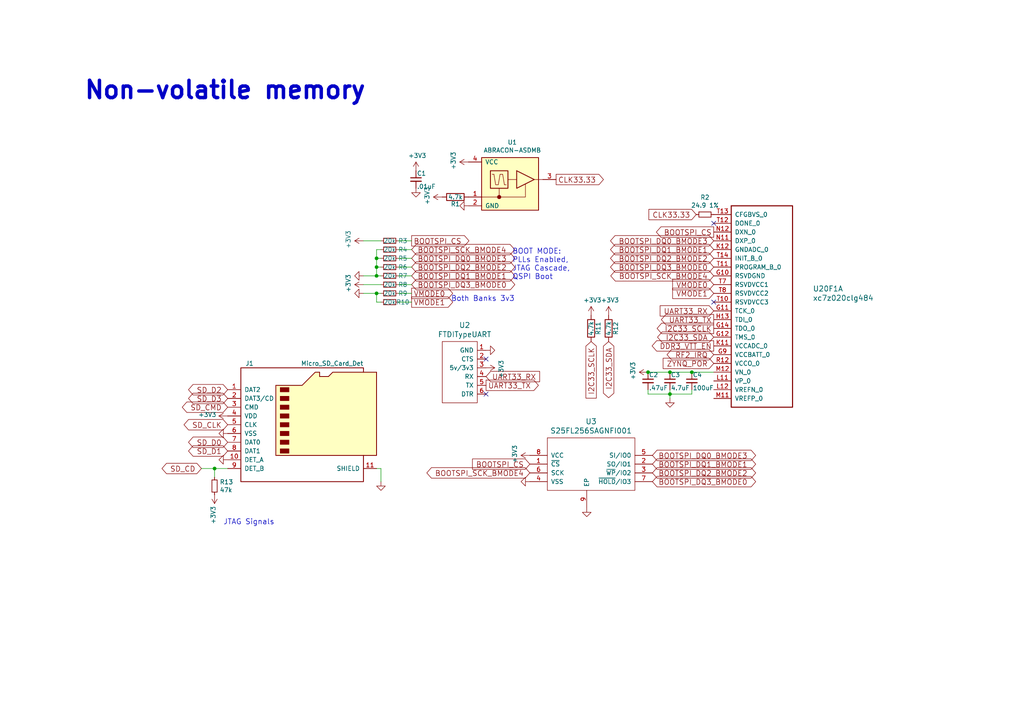
<source format=kicad_sch>
(kicad_sch (version 20231120) (generator "eeschema") (generator_version "8.0")
  (paper "A4")
  (junction (at 109.22 77.47))
  (junction (at 109.22 80.01))
  (junction (at 200.66 107.95))
  (junction (at 194.31 114.3))
  (junction (at 109.22 85.09))
  (junction (at 194.31 107.95))
  (junction (at 62.23 135.89))
  (junction (at 109.22 74.93))
  (junction (at 187.96 107.95))
  (no_connect (at 207.01 64.77))
  (no_connect (at 140.97 104.14))
  (no_connect (at 140.97 114.3))
  (no_connect (at 207.01 87.63))
  (wire (pts (xy 119.38 85.09) (xy 115.57 85.09)))
  (wire (pts (xy 62.23 135.89) (xy 58.42 135.89)))
  (wire (pts (xy 187.96 107.95) (xy 194.31 107.95)))
  (wire (pts (xy 109.22 87.63) (xy 109.22 85.09)))
  (wire (pts (xy 110.49 85.09) (xy 109.22 85.09)))
  (wire (pts (xy 194.31 114.3) (xy 194.31 113.03)))
  (wire (pts (xy 110.49 77.47) (xy 109.22 77.47)))
  (wire (pts (xy 119.38 72.39) (xy 115.57 72.39)))
  (wire (pts (xy 119.38 80.01) (xy 115.57 80.01)))
  (wire (pts (xy 110.49 87.63) (xy 109.22 87.63)))
  (wire (pts (xy 109.22 74.93) (xy 109.22 77.47)))
  (wire (pts (xy 187.96 114.3) (xy 194.31 114.3)))
  (wire (pts (xy 115.57 69.85) (xy 119.38 69.85)))
  (wire (pts (xy 62.23 138.43) (xy 62.23 135.89)))
  (wire (pts (xy 119.38 87.63) (xy 115.57 87.63)))
  (wire (pts (xy 109.22 72.39) (xy 109.22 74.93)))
  (wire (pts (xy 105.41 85.09) (xy 109.22 85.09)))
  (wire (pts (xy 66.04 135.89) (xy 62.23 135.89)))
  (wire (pts (xy 194.31 114.3) (xy 194.31 115.57)))
  (wire (pts (xy 109.22 80.01) (xy 105.41 80.01)))
  (wire (pts (xy 194.31 114.3) (xy 200.66 114.3)))
  (wire (pts (xy 110.49 72.39) (xy 109.22 72.39)))
  (wire (pts (xy 207.01 107.95) (xy 200.66 107.95)))
  (wire (pts (xy 105.41 82.55) (xy 110.49 82.55)))
  (wire (pts (xy 119.38 74.93) (xy 115.57 74.93)))
  (wire (pts (xy 119.38 77.47) (xy 115.57 77.47)))
  (wire (pts (xy 109.22 80.01) (xy 110.49 80.01)))
  (wire (pts (xy 194.31 107.95) (xy 200.66 107.95)))
  (wire (pts (xy 187.96 113.03) (xy 187.96 114.3)))
  (wire (pts (xy 109.22 77.47) (xy 109.22 80.01)))
  (wire (pts (xy 110.49 74.93) (xy 109.22 74.93)))
  (wire (pts (xy 110.49 69.85) (xy 105.41 69.85)))
  (wire (pts (xy 109.22 135.89) (xy 110.49 135.89)))
  (wire (pts (xy 110.49 135.89) (xy 110.49 139.7)))
  (wire (pts (xy 200.66 114.3) (xy 200.66 113.03)))
  (wire (pts (xy 119.38 82.55) (xy 115.57 82.55)))
  (text "Non-volatile memory" (at 24.13 29.21 0) (effects (font (size 5.0038 5.0038) (thickness 1.0008) (bold yes)) (justify left bottom)))
  (text "JTAG Signals" (at 64.77 152.4 0) (effects (font (size 1.524 1.524)) (justify left bottom)))
  (text "Both Banks 3v3" (at 130.81 87.63 0) (effects (font (size 1.524 1.524)) (justify left bottom)))
  (text "BOOT MODE:\nPLLs Enabled, \nJTAG Cascade,\nQSPI Boot" (at 148.59 81.28 0) (effects (font (size 1.524 1.524)) (justify left bottom)))
  (global_label "CLK33.33" (shape output) (at 161.29 52.07 0) (effects (font (size 1.524 1.524))) (property "Intersheetrefs" "${INTERSHEET_REFS}" (effects (hide yes))))
  (global_label "BOOTSPI_DQ1_BMODE1" (shape bidirectional) (at 189.23 134.62 0) (effects (font (size 1.524 1.524))) (property "Intersheetrefs" "${INTERSHEET_REFS}" (effects (hide yes))))
  (global_label "SD_CD" (shape bidirectional) (at 58.42 135.89 180) (effects (font (size 1.524 1.524))) (property "Intersheetrefs" "${INTERSHEET_REFS}" (effects (hide yes))))
  (global_label "VMODE0" (shape input) (at 207.01 82.55 180) (effects (font (size 1.524 1.524))) (property "Intersheetrefs" "${INTERSHEET_REFS}" (effects (hide yes))))
  (global_label "UART33_RX" (shape input) (at 140.97 109.22 0) (effects (font (size 1.524 1.524))) (property "Intersheetrefs" "${INTERSHEET_REFS}" (effects (hide yes))))
  (global_label "SD_D0" (shape bidirectional) (at 66.04 128.27 180) (effects (font (size 1.524 1.524))) (property "Intersheetrefs" "${INTERSHEET_REFS}" (effects (hide yes))))
  (global_label "BOOTSPI_SCK_BMODE4" (shape bidirectional) (at 153.67 137.16 180) (effects (font (size 1.524 1.524))) (property "Intersheetrefs" "${INTERSHEET_REFS}" (effects (hide yes))))
  (global_label "I2C33_SDA" (shape bidirectional) (at 176.53 99.06 270) (effects (font (size 1.524 1.524))) (property "Intersheetrefs" "${INTERSHEET_REFS}" (effects (hide yes))))
  (global_label "RF2_IRQ" (shape bidirectional) (at 207.01 102.87 180) (effects (font (size 1.524 1.524))) (property "Intersheetrefs" "${INTERSHEET_REFS}" (effects (hide yes))))
  (global_label "VMODE1" (shape output) (at 119.38 87.63 0) (effects (font (size 1.524 1.524))) (property "Intersheetrefs" "${INTERSHEET_REFS}" (effects (hide yes))))
  (global_label "DDR3_VTT_EN" (shape output) (at 207.01 100.33 180) (effects (font (size 1.524 1.524))) (property "Intersheetrefs" "${INTERSHEET_REFS}" (effects (hide yes))))
  (global_label "UART33_TX" (shape output) (at 140.97 111.76 0) (effects (font (size 1.524 1.524))) (property "Intersheetrefs" "${INTERSHEET_REFS}" (effects (hide yes))))
  (global_label "BOOTSPI_SCK_BMODE4" (shape bidirectional) (at 119.38 72.39 0) (effects (font (size 1.524 1.524))) (property "Intersheetrefs" "${INTERSHEET_REFS}" (effects (hide yes))))
  (global_label "BOOTSPI_DQ1_BMODE1" (shape bidirectional) (at 207.01 72.39 180) (effects (font (size 1.524 1.524))) (property "Intersheetrefs" "${INTERSHEET_REFS}" (effects (hide yes))))
  (global_label "UART33_TX" (shape output) (at 207.01 92.71 180) (effects (font (size 1.524 1.524))) (property "Intersheetrefs" "${INTERSHEET_REFS}" (effects (hide yes))))
  (global_label "BOOTSPI_DQ0_BMODE3" (shape bidirectional) (at 119.38 74.93 0) (effects (font (size 1.524 1.524))) (property "Intersheetrefs" "${INTERSHEET_REFS}" (effects (hide yes))))
  (global_label "SD_D2" (shape bidirectional) (at 66.04 113.03 180) (effects (font (size 1.524 1.524))) (property "Intersheetrefs" "${INTERSHEET_REFS}" (effects (hide yes))))
  (global_label "VMODE0" (shape output) (at 119.38 85.09 0) (effects (font (size 1.524 1.524))) (property "Intersheetrefs" "${INTERSHEET_REFS}" (effects (hide yes))))
  (global_label "BOOTSPI_DQ0_BMODE3" (shape bidirectional) (at 189.23 132.08 0) (effects (font (size 1.524 1.524))) (property "Intersheetrefs" "${INTERSHEET_REFS}" (effects (hide yes))))
  (global_label "BOOTSPI_SCK_BMODE4" (shape bidirectional) (at 207.01 80.01 180) (effects (font (size 1.524 1.524))) (property "Intersheetrefs" "${INTERSHEET_REFS}" (effects (hide yes))))
  (global_label "BOOTSPI_CS" (shape output) (at 207.01 67.31 180) (effects (font (size 1.524 1.524))) (property "Intersheetrefs" "${INTERSHEET_REFS}" (effects (hide yes))))
  (global_label "BOOTSPI_CS" (shape output) (at 119.38 69.85 0) (effects (font (size 1.524 1.524))) (property "Intersheetrefs" "${INTERSHEET_REFS}" (effects (hide yes))))
  (global_label "I2C33_SDA" (shape bidirectional) (at 207.01 97.79 180) (effects (font (size 1.524 1.524))) (property "Intersheetrefs" "${INTERSHEET_REFS}" (effects (hide yes))))
  (global_label "BOOTSPI_DQ3_BMODE0" (shape bidirectional) (at 207.01 77.47 180) (effects (font (size 1.524 1.524))) (property "Intersheetrefs" "${INTERSHEET_REFS}" (effects (hide yes))))
  (global_label "I2C33_SCLK" (shape input) (at 171.45 99.06 270) (effects (font (size 1.524 1.524))) (property "Intersheetrefs" "${INTERSHEET_REFS}" (effects (hide yes))))
  (global_label "BOOTSPI_DQ1_BMODE1" (shape bidirectional) (at 119.38 80.01 0) (effects (font (size 1.524 1.524))) (property "Intersheetrefs" "${INTERSHEET_REFS}" (effects (hide yes))))
  (global_label "BOOTSPI_DQ3_BMODE0" (shape bidirectional) (at 189.23 139.7 0) (effects (font (size 1.524 1.524))) (property "Intersheetrefs" "${INTERSHEET_REFS}" (effects (hide yes))))
  (global_label "BOOTSPI_DQ0_BMODE3" (shape bidirectional) (at 207.01 69.85 180) (effects (font (size 1.524 1.524))) (property "Intersheetrefs" "${INTERSHEET_REFS}" (effects (hide yes))))
  (global_label "SD_CLK" (shape bidirectional) (at 66.04 123.19 180) (effects (font (size 1.524 1.524))) (property "Intersheetrefs" "${INTERSHEET_REFS}" (effects (hide yes))))
  (global_label "SD_CMD" (shape bidirectional) (at 66.04 118.11 180) (effects (font (size 1.524 1.524))) (property "Intersheetrefs" "${INTERSHEET_REFS}" (effects (hide yes))))
  (global_label "SD_D3" (shape bidirectional) (at 66.04 115.57 180) (effects (font (size 1.524 1.524))) (property "Intersheetrefs" "${INTERSHEET_REFS}" (effects (hide yes))))
  (global_label "SD_D1" (shape bidirectional) (at 66.04 130.81 180) (effects (font (size 1.524 1.524))) (property "Intersheetrefs" "${INTERSHEET_REFS}" (effects (hide yes))))
  (global_label "CLK33.33" (shape input) (at 201.93 62.23 180) (effects (font (size 1.524 1.524))) (property "Intersheetrefs" "${INTERSHEET_REFS}" (effects (hide yes))))
  (global_label "BOOTSPI_DQ2_BMODE2" (shape bidirectional) (at 119.38 77.47 0) (effects (font (size 1.524 1.524))) (property "Intersheetrefs" "${INTERSHEET_REFS}" (effects (hide yes))))
  (global_label "BOOTSPI_DQ2_BMODE2" (shape bidirectional) (at 207.01 74.93 180) (effects (font (size 1.524 1.524))) (property "Intersheetrefs" "${INTERSHEET_REFS}" (effects (hide yes))))
  (global_label "BOOTSPI_DQ2_BMODE2" (shape bidirectional) (at 189.23 137.16 0) (effects (font (size 1.524 1.524))) (property "Intersheetrefs" "${INTERSHEET_REFS}" (effects (hide yes))))
  (global_label "BOOTSPI_DQ3_BMODE0" (shape bidirectional) (at 119.38 82.55 0) (effects (font (size 1.524 1.524))) (property "Intersheetrefs" "${INTERSHEET_REFS}" (effects (hide yes))))
  (global_label "VMODE1" (shape input) (at 207.01 85.09 180) (effects (font (size 1.524 1.524))) (property "Intersheetrefs" "${INTERSHEET_REFS}" (effects (hide yes))))
  (global_label "BOOTSPI_CS" (shape input) (at 153.67 134.62 180) (effects (font (size 1.524 1.524))) (property "Intersheetrefs" "${INTERSHEET_REFS}" (effects (hide yes))))
  (global_label "I2C33_SCLK" (shape output) (at 207.01 95.25 180) (effects (font (size 1.524 1.524))) (property "Intersheetrefs" "${INTERSHEET_REFS}" (effects (hide yes))))
  (global_label "ZYNQ_POR" (shape input) (at 207.01 105.41 180) (effects (font (size 1.524 1.524))) (property "Intersheetrefs" "${INTERSHEET_REFS}" (effects (hide yes))))
  (global_label "UART33_RX" (shape input) (at 207.01 90.17 180) (effects (font (size 1.524 1.524))) (property "Intersheetrefs" "${INTERSHEET_REFS}" (effects (hide yes))))
  (symbol (lib_id "DFTBoard-rescue:Micro_SD_Card_Det-") (at 88.9 123.19 0) (unit 1)
    (property "Reference" "J1" (at 72.39 105.41 0))
    (property "Value" "Micro_SD_Card_Det" (at 105.41 105.41 0) (effects (justify right)))
    (property "Footprint" "DFTcustom:AMPHENOL-114-00841-68" (effects (hide yes)))
    (property "MFR" "Amphenol ICC" (effects (hide yes)))
    (property "MPN" "114-00841-68" (effects (hide yes)))
    (property "SPR" "Digikey" (effects (hide yes)))
    (property "SPN" "114-00841-68-1-ND" (effects (hide yes)))
    (property "SPURL" "-" (effects (hide yes)))
  )
  (symbol (lib_id "DFTBoard-rescue:GND-power") (at 66.04 125.73 270) (unit 1)
    (property "Reference" "#PWR017" (effects (hide yes)))
    (property "Value" "GND" (effects (hide yes)))
  )
  (symbol (lib_id "DFTBoard-rescue:GND-power") (at 110.49 139.7 0) (unit 1)
    (property "Reference" "#PWR020" (effects (hide yes)))
    (property "Value" "GND" (effects (hide yes)))
  )
  (symbol (lib_id "DFTBoard-rescue:GND-power") (at 66.04 133.35 270) (unit 1)
    (property "Reference" "#PWR019" (effects (hide yes)))
    (property "Value" "GND" (effects (hide yes)))
  )
  (symbol (lib_id "DFTBoard-rescue:+3V3-power") (at 66.04 120.65 90) (unit 1)
    (property "Reference" "#PWR016" (effects (hide yes)))
    (property "Value" "+3V3" (at 62.7888 120.269 90) (effects (justify left)))
  )
  (symbol (lib_id "Device:C_Small") (at 200.66 110.49 0) (unit 1)
    (property "Reference" "C4" (at 200.914 108.712 0) (effects (justify left)))
    (property "Value" "100uF" (at 200.914 112.522 0) (effects (justify left)))
    (property "Footprint" "Capacitor_SMD:C_1210_3225Metric" (effects (hide yes)))
    (property "MFR" "TAIYO YUDEN" (effects (hide yes)))
    (property "MPN" "JMK325ABJ107MM-P" (effects (hide yes)))
    (property "SPR" "Digikey" (effects (hide yes)))
    (property "SPN" "587-4313-1-ND" (effects (hide yes)))
  )
  (symbol (lib_id "Device:C_Small") (at 187.96 110.49 0) (unit 1)
    (property "Reference" "C2" (at 188.214 108.712 0) (effects (justify left)))
    (property "Value" ".47uF" (at 188.214 112.522 0) (effects (justify left)))
    (property "Footprint" "Capacitor_SMD:C_0402_1005Metric" (effects (hide yes)))
    (property "MFR" "Yageo" (effects (hide yes)))
    (property "MPN" "CC0402KRX5R5BB474" (effects (hide yes)))
    (property "SPR" "Digikey" (effects (hide yes)))
    (property "SPN" "311-1684-1-ND" (effects (hide yes)))
  )
  (symbol (lib_id "Device:C_Small") (at 194.31 110.49 0) (unit 1)
    (property "Reference" "C3" (at 194.564 108.712 0) (effects (justify left)))
    (property "Value" "4.7uF" (at 194.564 112.522 0) (effects (justify left)))
    (property "Footprint" "Capacitor_SMD:C_0402_1005Metric" (effects (hide yes)))
    (property "MFR" "Murata" (effects (hide yes)))
    (property "MPN" "GRM155R60G475ME47D" (effects (hide yes)))
    (property "SPR" "Digikey" (effects (hide yes)))
    (property "SPN" "490-11980-1-ND" (effects (hide yes)))
  )
  (symbol (lib_id "DFTBoard-rescue:GND-power") (at 194.31 115.57 0) (unit 1)
    (property "Reference" "#PWR015" (effects (hide yes)))
    (property "Value" "GND" (effects (hide yes)))
  )
  (symbol (lib_id "DFTBoard-rescue:+3V3-power") (at 187.96 107.95 90) (unit 1)
    (property "Reference" "#PWR014" (effects (hide yes)))
    (property "Value" "+3V3" (at 183.5658 107.569 0))
  )
  (symbol (lib_id "Device:R_Small") (at 62.23 140.97 180) (unit 1)
    (property "Reference" "R13" (at 63.7286 139.8016 0) (effects (justify right)))
    (property "Value" "47k" (at 63.7286 142.113 0) (effects (justify right)))
    (property "Footprint" "Resistor_SMD:R_0402_1005Metric" (effects (hide yes)))
    (property "MFR" "Yageo" (effects (hide yes)))
    (property "MPN" "RC0402FR-0747KL" (effects (hide yes)))
    (property "SPR" "Digikey" (effects (hide yes)))
    (property "SPN" "311-47.0KLRTR-ND" (effects (hide yes)))
    (property "SPURL" "-" (effects (hide yes)))
  )
  (symbol (lib_id "DFTBoard-rescue:+3V3-power") (at 62.23 143.51 180) (unit 1)
    (property "Reference" "#PWR022" (effects (hide yes)))
    (property "Value" "+3V3" (at 61.849 146.7612 90) (effects (justify left)))
  )
  (symbol (lib_id "Device:R_Small") (at 113.03 85.09 270) (unit 1)
    (property "Reference" "R9" (at 116.84 85.09 90))
    (property "Value" "20k" (at 113.03 85.09 90))
    (property "Footprint" "Resistor_SMD:R_0402_1005Metric" (effects (hide yes)))
    (property "MFR" "Yageo" (effects (hide yes)))
    (property "MPN" "RT0402BRD0720KL" (effects (hide yes)))
    (property "SPR" "Digikey" (effects (hide yes)))
    (property "SPN" "YAG1388CT-ND" (effects (hide yes)))
    (property "SPURL" "-" (effects (hide yes)))
  )
  (symbol (lib_id "Device:R_Small") (at 113.03 87.63 270) (unit 1)
    (property "Reference" "R10" (at 116.84 87.63 90))
    (property "Value" "20k" (at 113.03 87.63 90))
    (property "Footprint" "Resistor_SMD:R_0402_1005Metric" (effects (hide yes)))
    (property "MFR" "Yageo" (effects (hide yes)))
    (property "MPN" "RT0402BRD0720KL" (effects (hide yes)))
    (property "SPR" "Digikey" (effects (hide yes)))
    (property "SPN" "YAG1388CT-ND" (effects (hide yes)))
    (property "SPURL" "-" (effects (hide yes)))
  )
  (symbol (lib_id "DFTBoard-rescue:GND-power") (at 105.41 85.09 270) (unit 1)
    (property "Reference" "#PWR09" (effects (hide yes)))
    (property "Value" "GND" (effects (hide yes)))
  )
  (symbol (lib_id "Device:R_Small") (at 113.03 82.55 270) (unit 1)
    (property "Reference" "R8" (at 116.84 82.55 90))
    (property "Value" "20k" (at 113.03 82.55 90))
    (property "Footprint" "Resistor_SMD:R_0402_1005Metric" (effects (hide yes)))
    (property "MFR" "Yageo" (effects (hide yes)))
    (property "MPN" "RT0402BRD0720KL" (effects (hide yes)))
    (property "SPR" "Digikey" (effects (hide yes)))
    (property "SPN" "YAG1388CT-ND" (effects (hide yes)))
    (property "SPURL" "-" (effects (hide yes)))
  )
  (symbol (lib_id "Device:R_Small") (at 113.03 72.39 270) (unit 1)
    (property "Reference" "R4" (at 116.84 72.39 90))
    (property "Value" "20k" (at 113.03 72.39 90))
    (property "Footprint" "Resistor_SMD:R_0402_1005Metric" (effects (hide yes)))
    (property "MFR" "Yageo" (effects (hide yes)))
    (property "MPN" "RT0402BRD0720KL" (effects (hide yes)))
    (property "SPR" "Digikey" (effects (hide yes)))
    (property "SPN" "YAG1388CT-ND" (effects (hide yes)))
    (property "SPURL" "-" (effects (hide yes)))
  )
  (symbol (lib_id "Device:R_Small") (at 113.03 74.93 270) (unit 1)
    (property "Reference" "R5" (at 116.84 74.93 90))
    (property "Value" "20k" (at 113.03 74.93 90))
    (property "Footprint" "Resistor_SMD:R_0402_1005Metric" (effects (hide yes)))
    (property "MFR" "Yageo" (effects (hide yes)))
    (property "MPN" "RT0402BRD0720KL" (effects (hide yes)))
    (property "SPR" "Digikey" (effects (hide yes)))
    (property "SPN" "YAG1388CT-ND" (effects (hide yes)))
    (property "SPURL" "-" (effects (hide yes)))
  )
  (symbol (lib_id "Device:R_Small") (at 113.03 77.47 270) (unit 1)
    (property "Reference" "R6" (at 116.84 77.47 90))
    (property "Value" "20k" (at 113.03 77.47 90))
    (property "Footprint" "Resistor_SMD:R_0402_1005Metric" (effects (hide yes)))
    (property "MFR" "Yageo" (effects (hide yes)))
    (property "MPN" "RT0402BRD0720KL" (effects (hide yes)))
    (property "SPR" "Digikey" (effects (hide yes)))
    (property "SPN" "YAG1388CT-ND" (effects (hide yes)))
    (property "SPURL" "-" (effects (hide yes)))
  )
  (symbol (lib_id "Device:R_Small") (at 113.03 80.01 270) (unit 1)
    (property "Reference" "R7" (at 116.84 80.01 90))
    (property "Value" "20k" (at 113.03 80.01 90))
    (property "Footprint" "Resistor_SMD:R_0402_1005Metric" (effects (hide yes)))
    (property "MFR" "Yageo" (effects (hide yes)))
    (property "MPN" "RT0402BRD0720KL" (effects (hide yes)))
    (property "SPR" "Digikey" (effects (hide yes)))
    (property "SPN" "YAG1388CT-ND" (effects (hide yes)))
    (property "SPURL" "-" (effects (hide yes)))
  )
  (symbol (lib_id "DFTBoard-rescue:+3V3-power") (at 105.41 82.55 90) (unit 1)
    (property "Reference" "#PWR08" (effects (hide yes)))
    (property "Value" "+3V3" (at 101.0158 82.169 0))
  )
  (symbol (lib_id "DFTBoard-rescue:S25FL256SAGNFI001-parts") (at 171.45 134.62 0) (unit 1)
    (property "Reference" "U3" (at 171.45 122.2502 0) (effects (font (size 1.524 1.524))))
    (property "Value" "S25FL256SAGNFI001" (at 171.45 124.9426 0) (effects (font (size 1.524 1.524))))
    (property "Footprint" "footprints:Cypress-002-18827-0-0-0" (effects (hide yes)))
    (property "MFR" "Cypress" (effects (hide yes)))
    (property "MPN" "S25FL256SAGNFI001" (effects (hide yes)))
    (property "SPR" "Digikey" (effects (hide yes)))
    (property "SPN" "1274-1005-ND" (effects (hide yes)))
    (property "SPURL" "-" (effects (hide yes)))
  )
  (symbol (lib_id "DFTBoard-rescue:+3V3-power") (at 153.67 132.08 90) (unit 1)
    (property "Reference" "#PWR018" (effects (hide yes)))
    (property "Value" "+3V3" (at 149.2758 131.699 0))
  )
  (symbol (lib_id "DFTBoard-rescue:GND-power") (at 153.67 139.7 270) (unit 1)
    (property "Reference" "#PWR021" (effects (hide yes)))
    (property "Value" "GND" (effects (hide yes)))
  )
  (symbol (lib_id "Abracon:ABRACON-ASDMB") (at 148.59 52.07 0) (unit 1)
    (property "Reference" "U1" (at 148.59 41.275 0))
    (property "Value" "ABRACON-ASDMB" (at 148.59 43.5864 0))
    (property "Footprint" "XTAL_ASDMB-24.000MHZ-LC-T:XTAL_ASDMB-24.000MHZ-LC-T" (effects (hide yes)))
    (property "Datasheet" "http://www.abracon.com/Oscillators/ASDMB.pdf" (effects (hide yes)))
    (property "Manuf" "Abracon" (effects (hide yes)))
    (property "MPN" "ASDMB-24.000MHZ-LC-T" (effects (hide yes)))
    (property "MFR" "Abracon LLC" (effects (hide yes)))
    (property "SPR" "Digikey" (effects (hide yes)))
    (property "SPN" "535-11728-1-ND" (effects (hide yes)))
    (property "SPURL" "-" (effects (hide yes)))
  )
  (symbol (lib_id "DFTBoard-rescue:GND-power") (at 135.89 59.69 270) (unit 1)
    (property "Reference" "#PWR05" (effects (hide yes)))
    (property "Value" "GND" (effects (hide yes)))
  )
  (symbol (lib_id "DFTBoard-rescue:+3V3-power") (at 135.89 46.99 90) (unit 1)
    (property "Reference" "#PWR01" (effects (hide yes)))
    (property "Value" "+3V3" (at 131.4958 46.609 0))
  )
  (symbol (lib_id "Device:C_Small") (at 120.65 52.07 0) (unit 1)
    (property "Reference" "C1" (at 120.904 50.292 0) (effects (justify left)))
    (property "Value" ".01uF" (at 120.904 54.102 0) (effects (justify left)))
    (property "Footprint" "Capacitor_SMD:C_0402_1005Metric" (effects (hide yes)))
    (property "MFR" "Murata" (effects (hide yes)))
    (property "SPR" "Digikey" (effects (hide yes)))
    (property "MPN" "GRM155R71H103KA88J" (effects (hide yes)))
    (property "SPN" "490-6351-1-ND" (effects (hide yes)))
    (property "SPURL" "-" (effects (hide yes)))
  )
  (symbol (lib_id "DFTBoard-rescue:+3V3-power") (at 120.65 49.53 0) (unit 1)
    (property "Reference" "#PWR02" (effects (hide yes)))
    (property "Value" "+3V3" (at 121.031 45.1358 0))
  )
  (symbol (lib_id "DFTBoard-rescue:GND-power") (at 120.65 54.61 0) (unit 1)
    (property "Reference" "#PWR03" (effects (hide yes)))
    (property "Value" "GND" (effects (hide yes)))
  )
  (symbol (lib_id "Device:R_Small") (at 204.47 62.23 270) (unit 1)
    (property "Reference" "R2" (at 204.47 57.2516 90))
    (property "Value" "24.9 1%" (at 204.47 59.563 90))
    (property "Footprint" "Resistor_SMD:R_0402_1005Metric" (effects (hide yes)))
    (property "MFR" "Yageo" (effects (hide yes)))
    (property "MPN" "RC0402FR-0724K9L" (effects (hide yes)))
    (property "SPR" "Digikey" (effects (hide yes)))
    (property "SPN" "311-24.9KLRTR-ND" (effects (hide yes)))
    (property "SPURL" "-" (effects (hide yes)))
  )
  (symbol (lib_id "Device:R") (at 132.08 57.15 270) (unit 1)
    (property "Reference" "R1" (at 132.08 59.182 90))
    (property "Value" "4.7k" (at 132.08 57.15 90))
    (property "Footprint" "Resistor_SMD:R_0402_1005Metric" (effects (hide yes)))
    (property "MFR" "Yageo" (effects (hide yes)))
    (property "MPN" "RC0402JR-074K7L" (effects (hide yes)))
    (property "SPR" "Digikey" (effects (hide yes)))
    (property "SPN" "311-4.7KJRCT-ND" (effects (hide yes)))
  )
  (symbol (lib_id "DFTBoard-rescue:+3V3-power") (at 128.27 57.15 90) (unit 1)
    (property "Reference" "#PWR04" (effects (hide yes)))
    (property "Value" "+3V3" (at 123.8758 56.769 0))
  )
  (symbol (lib_id "DFTCustom:FTDITypeUART") (at 133.35 109.22 0) (unit 1)
    (property "Reference" "U2" (at 134.7724 94.3102 0) (effects (font (size 1.524 1.524))))
    (property "Value" "FTDITypeUART" (at 134.7724 97.0026 0) (effects (font (size 1.524 1.524))))
    (property "Footprint" "DFTcustom:FTDI_CONN" (effects (hide yes)))
    (property "MFR" "DNS" (effects (hide yes)))
    (property "MPN" "-" (effects (hide yes)))
    (property "SPR" "-" (effects (hide yes)))
    (property "SPN" "-" (effects (hide yes)))
    (property "SPURL" "-" (effects (hide yes)))
  )
  (symbol (lib_id "DFTBoard-rescue:GND-power") (at 140.97 101.6 90) (unit 1)
    (property "Reference" "#PWR012" (effects (hide yes)))
    (property "Value" "GND" (effects (hide yes)))
  )
  (symbol (lib_id "DFTBoard-rescue:+3V3-power") (at 140.97 106.68 270) (unit 1)
    (property "Reference" "#PWR013" (effects (hide yes)))
    (property "Value" "+3V3" (at 145.3642 107.061 0))
  )
  (symbol (lib_id "xilinx7:xc7z020clg484") (at 207.01 62.23 0) (unit 1)
    (property "Reference" "U20F1" (at 235.7374 83.7438 0) (effects (font (size 1.524 1.524)) (justify left)))
    (property "Value" "xc7z020clg484" (at 235.7374 86.4362 0) (effects (font (size 1.524 1.524)) (justify left)))
    (property "Footprint" "DFTcustom:BGA-484_19.0x19.0mm_Layout22x22_P0.80mm_dia0.40mm" (effects (hide yes)))
    (property "MFR" "Xilinx" (effects (hide yes)))
    (property "MPN" "XC7Z020-1CLG484C" (effects (hide yes)))
    (property "SPR" "Digikey" (effects (hide yes)))
    (property "SPN" "122-1850-ND" (effects (hide yes)))
    (property "SPURL" "-" (effects (hide yes)))
  )
  (symbol (lib_id "Device:R") (at 171.45 95.25 0) (unit 1)
    (property "Reference" "R11" (at 173.482 95.25 90))
    (property "Value" "4.7k" (at 171.45 95.25 90))
    (property "Footprint" "Resistor_SMD:R_0402_1005Metric" (effects (hide yes)))
    (property "MFR" "Yageo" (effects (hide yes)))
    (property "MPN" "RC0402JR-074K7L" (effects (hide yes)))
    (property "SPR" "Digikey" (effects (hide yes)))
    (property "SPN" "311-4.7KJRCT-ND" (effects (hide yes)))
  )
  (symbol (lib_id "Device:R") (at 176.53 95.25 0) (unit 1)
    (property "Reference" "R12" (at 178.562 95.25 90))
    (property "Value" "4.7k" (at 176.53 95.25 90))
    (property "Footprint" "Resistor_SMD:R_0402_1005Metric" (effects (hide yes)))
    (property "MFR" "Yageo" (effects (hide yes)))
    (property "MPN" "RC0402JR-074K7L" (effects (hide yes)))
    (property "SPR" "Digikey" (effects (hide yes)))
    (property "SPN" "311-4.7KJRCT-ND" (effects (hide yes)))
  )
  (symbol (lib_id "DFTBoard-rescue:+3V3-power") (at 171.45 91.44 0) (unit 1)
    (property "Reference" "#PWR010" (effects (hide yes)))
    (property "Value" "+3V3" (at 171.831 87.0458 0))
  )
  (symbol (lib_id "DFTBoard-rescue:+3V3-power") (at 176.53 91.44 0) (unit 1)
    (property "Reference" "#PWR011" (effects (hide yes)))
    (property "Value" "+3V3" (at 176.911 87.0458 0))
  )
  (symbol (lib_id "DFTBoard-rescue:GND-power") (at 105.41 80.01 270) (unit 1)
    (property "Reference" "#PWR07" (effects (hide yes)))
    (property "Value" "GND" (effects (hide yes)))
  )
  (symbol (lib_id "Device:R_Small") (at 113.03 69.85 270) (unit 1)
    (property "Reference" "R3" (at 116.84 69.85 90))
    (property "Value" "20k" (at 113.03 69.85 90))
    (property "Footprint" "Resistor_SMD:R_0402_1005Metric" (effects (hide yes)))
    (property "MFR" "Yageo" (effects (hide yes)))
    (property "MPN" "RT0402BRD0720KL" (effects (hide yes)))
    (property "SPR" "Digikey" (effects (hide yes)))
    (property "SPN" "YAG1388CT-ND" (effects (hide yes)))
    (property "SPURL" "-" (effects (hide yes)))
  )
  (symbol (lib_id "DFTBoard-rescue:+3V3-power") (at 105.41 69.85 90) (unit 1)
    (property "Reference" "#PWR06" (effects (hide yes)))
    (property "Value" "+3V3" (at 101.0158 69.469 0))
  )
  (symbol (lib_id "DFTBoard-rescue:GND-power") (at 170.18 147.32 0) (unit 1)
    (property "Reference" "#PWR023" (effects (hide yes)))
    (property "Value" "GND" (effects (hide yes)))
  )
)
</source>
